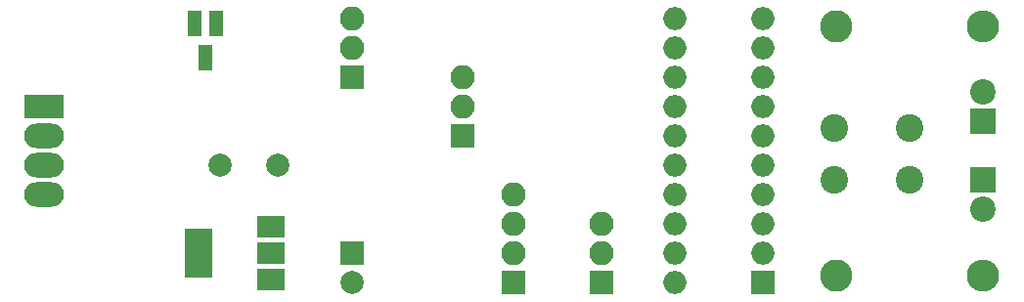
<source format=gbr>
G04 #@! TF.FileFunction,Soldermask,Top*
%FSLAX46Y46*%
G04 Gerber Fmt 4.6, Leading zero omitted, Abs format (unit mm)*
G04 Created by KiCad (PCBNEW 4.0.2+dfsg1-stable) date Mon 26 Feb 2018 05:52:28 PM CET*
%MOMM*%
G01*
G04 APERTURE LIST*
%ADD10C,0.100000*%
%ADD11R,2.400000X4.200000*%
%ADD12R,2.400000X1.900000*%
%ADD13R,2.000000X2.000000*%
%ADD14C,2.000000*%
%ADD15R,2.200000X2.200000*%
%ADD16C,2.200000*%
%ADD17R,2.100000X2.100000*%
%ADD18O,2.100000X2.100000*%
%ADD19R,1.200000X2.300000*%
%ADD20C,2.800000*%
%ADD21O,2.800000X2.800000*%
%ADD22C,2.400000*%
%ADD23O,2.000000X2.000000*%
%ADD24R,3.440000X2.127200*%
%ADD25O,3.440000X2.127200*%
G04 APERTURE END LIST*
D10*
D11*
X128930000Y-126365000D03*
D12*
X135230000Y-126365000D03*
X135230000Y-124065000D03*
X135230000Y-128665000D03*
D13*
X142240000Y-126365000D03*
D14*
X142240000Y-128865000D03*
D15*
X196850000Y-114935000D03*
D16*
X196850000Y-112395000D03*
D15*
X196850000Y-120015000D03*
D16*
X196850000Y-122555000D03*
D17*
X151765000Y-116205000D03*
D18*
X151765000Y-113665000D03*
X151765000Y-111125000D03*
D17*
X142240000Y-111125000D03*
D18*
X142240000Y-108585000D03*
X142240000Y-106045000D03*
D17*
X156210000Y-128905000D03*
D18*
X156210000Y-126365000D03*
X156210000Y-123825000D03*
X156210000Y-121285000D03*
D17*
X163830000Y-128905000D03*
D18*
X163830000Y-126365000D03*
X163830000Y-123825000D03*
D19*
X130490000Y-106450000D03*
X128590000Y-106450000D03*
X129540000Y-109450000D03*
D20*
X184150000Y-106680000D03*
D21*
X196850000Y-106680000D03*
D20*
X184150000Y-128270000D03*
D21*
X196850000Y-128270000D03*
D22*
X190500000Y-115515000D03*
X190500000Y-120015000D03*
X184000000Y-115515000D03*
X184000000Y-120015000D03*
D13*
X177800000Y-128905000D03*
D23*
X170180000Y-106045000D03*
X177800000Y-126365000D03*
X170180000Y-108585000D03*
X177800000Y-123825000D03*
X170180000Y-111125000D03*
X177800000Y-121285000D03*
X170180000Y-113665000D03*
X177800000Y-118745000D03*
X170180000Y-116205000D03*
X177800000Y-116205000D03*
X170180000Y-118745000D03*
X177800000Y-113665000D03*
X170180000Y-121285000D03*
X177800000Y-111125000D03*
X170180000Y-123825000D03*
X177800000Y-108585000D03*
X170180000Y-126365000D03*
X177800000Y-106045000D03*
X170180000Y-128905000D03*
D14*
X130810000Y-118745000D03*
X135810000Y-118745000D03*
D24*
X115570000Y-113665000D03*
D25*
X115570000Y-116205000D03*
X115570000Y-118745000D03*
X115570000Y-121285000D03*
M02*

</source>
